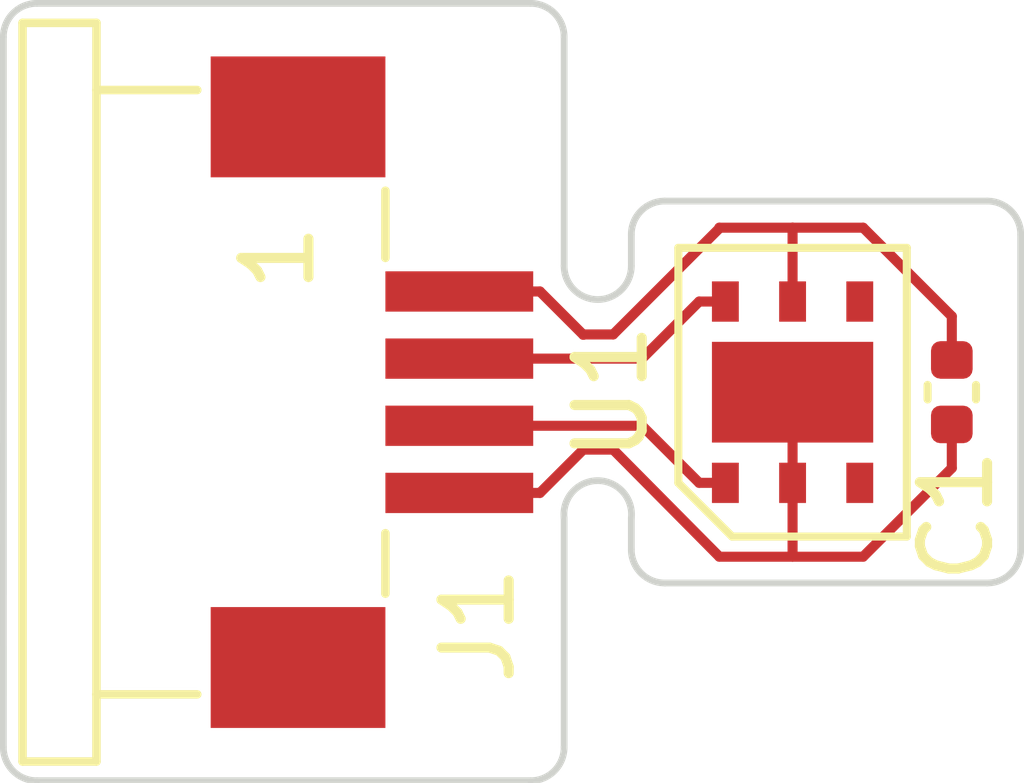
<source format=kicad_pcb>
(kicad_pcb (version 20221018) (generator pcbnew)
  (layers (0 "F.Cu" signal) (31 "B.Cu" signal) (34 "B.Paste" user) (35 "F.Paste" user) (36 "B.SilkS" user "B.Silkscreen") (37 "F.SilkS" user "F.Silkscreen") (38 "B.Mask" user) (39 "F.Mask" user) (44 "Edge.Cuts" user))
  (net 0 "")
  (net 1 "+3V3")
  (net 2 "Net-(U1-SDA)")
  (net 3 "Net-(U1-SCL)")
  (net 4 "GND")
  (footprint "Capacitor_SMD:C_0402_1005Metric" (layer "F.Cu") (at 148.04 70.99 -90)
    (fp_text reference "C1" (at 1.84 -0.07 90) (layer "F.SilkS"))
    (fp_text value "100nF" hide)
    (fp_line (start -0.107836 -0.36) (end 0.107836 -0.36) (stroke (width 0.12)) (layer "F.SilkS"))
    (fp_line (start -0.107836 0.36) (end 0.107836 0.36) (stroke (width 0.12)) (layer "F.SilkS"))
    (pad "1" smd roundrect (at -0.48 0 270) (size 0.56 0.62) (layers "F.Cu" "F.Paste" "F.Mask") (net 1 "+3V3"))
    (pad "2" smd roundrect (at 0.48 0 270) (size 0.56 0.62) (layers "F.Cu" "F.Paste" "F.Mask") (net 4 "GND"))
  )
  (footprint "manul_tech:68610414422" (layer "F.Cu") (at 138.31 70.99 -90)
    (fp_text reference "J1" (at 3.47 -2.68 90) (layer "F.SilkS"))
    (fp_text value "68610414422" hide)
    (fp_text user "1" (at -2 0.3 90) (layer "F.SilkS"))
    (fp_line (start -5.5 3) (end -4.5 3) (stroke (width 0.127)) (layer "F.SilkS"))
    (fp_line (start -5.5 4.1) (end -5.5 3) (stroke (width 0.127)) (layer "F.SilkS"))
    (fp_line (start -4.5 1.5) (end -4.5 3) (stroke (width 0.127)) (layer "F.SilkS"))
    (fp_line (start -4.5 3) (end 4.5 3) (stroke (width 0.127)) (layer "F.SilkS"))
    (fp_line (start -3 -1.3) (end -2 -1.3) (stroke (width 0.127)) (layer "F.SilkS"))
    (fp_line (start 2.1 -1.3) (end 3 -1.3) (stroke (width 0.127)) (layer "F.SilkS"))
    (fp_line (start 4.5 3) (end 4.5 1.5) (stroke (width 0.127)) (layer "F.SilkS"))
    (fp_line (start 4.5 3) (end 5.5 3) (stroke (width 0.127)) (layer "F.SilkS"))
    (fp_line (start 5.5 3) (end 5.5 4.1) (stroke (width 0.127)) (layer "F.SilkS"))
    (fp_line (start 5.5 4.1) (end -5.5 4.1) (stroke (width 0.127)) (layer "F.SilkS"))
    (pad "1" smd rect (at -1.5 -2.4 270) (size 0.6 2.2) (layers "F.Cu" "F.Paste" "F.Mask") (net 1 "+3V3"))
    (pad "2" smd rect (at -0.5 -2.4 270) (size 0.6 2.2) (layers "F.Cu" "F.Paste" "F.Mask") (net 3 "Net-(U1-SCL)"))
    (pad "3" smd rect (at 0.5 -2.4 270) (size 0.6 2.2) (layers "F.Cu" "F.Paste" "F.Mask") (net 2 "Net-(U1-SDA)"))
    (pad "4" smd rect (at 1.5 -2.4 270) (size 0.6 2.2) (layers "F.Cu" "F.Paste" "F.Mask") (net 4 "GND"))
    (pad "Z1" smd rect (at -4.1 0 270) (size 1.8 2.6) (layers "F.Cu" "F.Paste" "F.Mask"))
    (pad "Z2" smd rect (at 4.1 0 270) (size 1.8 2.6) (layers "F.Cu" "F.Paste" "F.Mask"))
  )
  (footprint "manul_tech:HTU21DF" (layer "F.Cu") (at 145.67 70.99)
    (fp_text reference "U1" (at -2.7 0 90) (layer "F.SilkS"))
    (fp_text value "HTU21DF" hide)
    (fp_line (start -1.7 -2.15) (end 1.7 -2.15) (stroke (width 0.12)) (layer "F.SilkS"))
    (fp_line (start -1.7 1.35) (end -1.7 -2.15) (stroke (width 0.12)) (layer "F.SilkS"))
    (fp_line (start -0.9 2.15) (end -1.7 1.35) (stroke (width 0.12)) (layer "F.SilkS"))
    (fp_line (start 1.7 -2.15) (end 1.7 2.15) (stroke (width 0.12)) (layer "F.SilkS"))
    (fp_line (start 1.7 2.15) (end -0.9 2.15) (stroke (width 0.12)) (layer "F.SilkS"))
    (pad "1" smd rect (at -1 1.35) (size 0.4 0.6) (layers "F.Cu" "F.Paste" "F.Mask") (net 2 "Net-(U1-SDA)"))
    (pad "2" smd rect (at 0 1.35) (size 0.4 0.6) (layers "F.Cu" "F.Paste" "F.Mask") (net 4 "GND"))
    (pad "3" smd rect (at 1 1.35) (size 0.4 0.6) (layers "F.Cu" "F.Paste" "F.Mask"))
    (pad "4" smd rect (at 1 -1.35) (size 0.4 0.6) (layers "F.Cu" "F.Paste" "F.Mask"))
    (pad "5" smd rect (at 0 -1.35) (size 0.4 0.6) (layers "F.Cu" "F.Paste" "F.Mask") (net 1 "+3V3"))
    (pad "6" smd rect (at -1 -1.35) (size 0.4 0.6) (layers "F.Cu" "F.Paste" "F.Mask") (net 3 "Net-(U1-SCL)"))
    (pad "7" smd rect (at 0 0 90) (size 1.5 2.4) (layers "F.Cu" "F.Paste" "F.Mask") (net 4 "GND"))
  )
  (gr_arc (start 143.77 73.8314) (mid 143.415713 73.685687) (end 143.27 73.3314) (stroke (width 0.1)) (layer "Edge.Cuts"))
  (gr_arc (start 142.27 72.865) (mid 142.77 72.306984) (end 143.27 72.865) (stroke (width 0.1)) (layer "Edge.Cuts"))
  (gr_arc (start 149.065202 73.3314) (mid 148.919526 73.685724) (end 148.565202 73.8314) (stroke (width 0.1)) (layer "Edge.Cuts"))
  (gr_arc (start 143.27 68.6436) (mid 143.415713 68.289313) (end 143.77 68.1436) (stroke (width 0.1)) (layer "Edge.Cuts"))
  (gr_line (start 142.27 65.6993) (end 142.27 69.11) (stroke (width 0.1)) (layer "Edge.Cuts"))
  (gr_arc (start 143.27 69.11) (mid 142.77 69.61) (end 142.27 69.11) (stroke (width 0.1)) (layer "Edge.Cuts"))
  (gr_line (start 149.065202 68.6436) (end 149.065202 73.3314) (stroke (width 0.1)) (layer "Edge.Cuts"))
  (gr_arc (start 141.77 65.1993) (mid 142.124324 65.344976) (end 142.27 65.6993) (stroke (width 0.1)) (layer "Edge.Cuts"))
  (gr_arc (start 142.27 76.2757) (mid 142.124324 76.630024) (end 141.77 76.7757) (stroke (width 0.1)) (layer "Edge.Cuts"))
  (gr_line (start 143.27 73.3314) (end 143.27 72.865) (stroke (width 0.1)) (layer "Edge.Cuts"))
  (gr_line (start 134.424324 76.775676) (end 141.77 76.7757) (stroke (width 0.1)) (layer "Edge.Cuts"))
  (gr_arc (start 133.924728 65.699276) (mid 134.070404 65.344952) (end 134.424728 65.199276) (stroke (width 0.1)) (layer "Edge.Cuts"))
  (gr_line (start 142.27 72.865) (end 142.27 76.2757) (stroke (width 0.1)) (layer "Edge.Cuts"))
  (gr_arc (start 134.424324 76.775676) (mid 134.07 76.63) (end 133.924324 76.275676) (stroke (width 0.1)) (layer "Edge.Cuts"))
  (gr_line (start 143.77 73.8314) (end 148.565202 73.8314) (stroke (width 0.1)) (layer "Edge.Cuts"))
  (gr_line (start 134.424728 65.199276) (end 141.77 65.1993) (stroke (width 0.1)) (layer "Edge.Cuts"))
  (gr_line (start 143.77 68.1436) (end 148.565202 68.1436) (stroke (width 0.1)) (layer "Edge.Cuts"))
  (gr_line (start 133.924728 65.699276) (end 133.924324 76.275676) (stroke (width 0.1)) (layer "Edge.Cuts"))
  (gr_arc (start 148.565202 68.1436) (mid 148.919526 68.289276) (end 149.065202 68.6436) (stroke (width 0.1)) (layer "Edge.Cuts"))
  (gr_line (start 143.27 69.11) (end 143.27 68.6436) (stroke (width 0.1)) (layer "Edge.Cuts"))
  (segment (start 148.04 70.51) (end 148.04 69.86) (width 0.15) (layer "F.Cu") (net 1))
  (segment (start 145.67 68.54) (end 146.72 68.54) (width 0.15) (layer "F.Cu") (net 1))
  (segment (start 148.04 69.86) (end 146.72 68.54) (width 0.15) (layer "F.Cu") (net 1))
  (segment (start 144.58 68.55) (end 144.58 68.54) (width 0.15) (layer "F.Cu") (net 1))
  (segment (start 142.555 70.135) (end 141.91 69.49) (width 0.15) (layer "F.Cu") (net 1))
  (segment (start 141.91 69.49) (end 140.71 69.49) (width 0.15) (layer "F.Cu") (net 1))
  (segment (start 143 70.13) (end 144.58 68.55) (width 0.15) (layer "F.Cu") (net 1))
  (segment (start 145.67 68.54) (end 144.58 68.54) (width 0.15) (layer "F.Cu") (net 1))
  (segment (start 145.67 69.64) (end 145.67 68.54) (width 0.15) (layer "F.Cu") (net 1))
  (segment (start 142.56 70.13) (end 143 70.13) (width 0.15) (layer "F.Cu") (net 1))
  (segment (start 142.555 70.135) (end 142.56 70.13) (width 0.15) (layer "F.Cu") (net 1))
  (segment (start 144.28 72.34) (end 144.67 72.34) (width 0.15) (layer "F.Cu") (net 2))
  (segment (start 143.43 71.49) (end 144.28 72.34) (width 0.15) (layer "F.Cu") (net 2))
  (segment (start 140.71 71.49) (end 143.43 71.49) (width 0.15) (layer "F.Cu") (net 2))
  (segment (start 144.28 69.64) (end 144.67 69.64) (width 0.15) (layer "F.Cu") (net 3))
  (segment (start 143.43 70.49) (end 144.28 69.64) (width 0.15) (layer "F.Cu") (net 3))
  (segment (start 140.71 70.49) (end 143.43 70.49) (width 0.15) (layer "F.Cu") (net 3))
  (segment (start 141.91 72.49) (end 140.71 72.49) (width 0.15) (layer "F.Cu") (net 4))
  (segment (start 145.67 73.44) (end 146.72 73.44) (width 0.15) (layer "F.Cu") (net 4))
  (segment (start 142.555 71.845) (end 143 71.845) (width 0.15) (layer "F.Cu") (net 4))
  (segment (start 141.91 72.49) (end 142.555 71.845) (width 0.15) (layer "F.Cu") (net 4))
  (segment (start 148.04 72.12) (end 148.04 71.47) (width 0.15) (layer "F.Cu") (net 4))
  (segment (start 146.72 73.44) (end 148.04 72.12) (width 0.15) (layer "F.Cu") (net 4))
  (segment (start 145.67 72.34) (end 145.67 70.99) (width 0.15) (layer "F.Cu") (net 4))
  (segment (start 145.67 72.34) (end 145.67 73.44) (width 0.15) (layer "F.Cu") (net 4))
  (segment (start 145.67 73.44) (end 144.58 73.44) (width 0.15) (layer "F.Cu") (net 4))
  (segment (start 143 71.845) (end 144.58 73.44) (width 0.15) (layer "F.Cu") (net 4))
)
</source>
